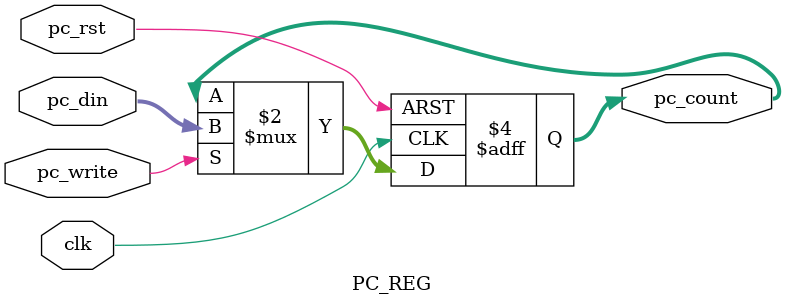
<source format=sv>
`timescale 1ns / 1ps


module PC_REG(
    input pc_write,
    input pc_rst,
    input [31:0] pc_din,
    input clk,
    output logic [31:0] pc_count
    );
    
    always_ff @ (posedge clk, posedge pc_rst)
        begin
            if(pc_rst) begin
                pc_count <= 32'h0; end  //the counter will set to 0 when reset is 1.
            else if(pc_write) begin
                pc_count <= pc_din; end //the count will equal unsigned 32-bit value when pc_write is high.
        end
        
endmodule

</source>
